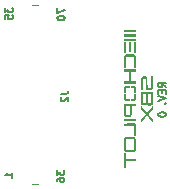
<source format=gbr>
%TF.GenerationSoftware,KiCad,Pcbnew,7.0.10*%
%TF.CreationDate,2024-02-01T11:04:59-05:00*%
%TF.ProjectId,quad_payload_adapter,71756164-5f70-4617-996c-6f61645f6164,rev?*%
%TF.SameCoordinates,Original*%
%TF.FileFunction,Legend,Bot*%
%TF.FilePolarity,Positive*%
%FSLAX46Y46*%
G04 Gerber Fmt 4.6, Leading zero omitted, Abs format (unit mm)*
G04 Created by KiCad (PCBNEW 7.0.10) date 2024-02-01 11:04:59*
%MOMM*%
%LPD*%
G01*
G04 APERTURE LIST*
%ADD10C,0.127000*%
%ADD11C,0.100000*%
G04 APERTURE END LIST*
D10*
X97900684Y-92724266D02*
X97900684Y-93147599D01*
X97900684Y-93147599D02*
X98535684Y-92875456D01*
X97900684Y-93510456D02*
X97900684Y-93570933D01*
X97900684Y-93570933D02*
X97930922Y-93631409D01*
X97930922Y-93631409D02*
X97961160Y-93661647D01*
X97961160Y-93661647D02*
X98021636Y-93691885D01*
X98021636Y-93691885D02*
X98142588Y-93722123D01*
X98142588Y-93722123D02*
X98293779Y-93722123D01*
X98293779Y-93722123D02*
X98414731Y-93691885D01*
X98414731Y-93691885D02*
X98475207Y-93661647D01*
X98475207Y-93661647D02*
X98505446Y-93631409D01*
X98505446Y-93631409D02*
X98535684Y-93570933D01*
X98535684Y-93570933D02*
X98535684Y-93510456D01*
X98535684Y-93510456D02*
X98505446Y-93449980D01*
X98505446Y-93449980D02*
X98475207Y-93419742D01*
X98475207Y-93419742D02*
X98414731Y-93389504D01*
X98414731Y-93389504D02*
X98293779Y-93359266D01*
X98293779Y-93359266D02*
X98142588Y-93359266D01*
X98142588Y-93359266D02*
X98021636Y-93389504D01*
X98021636Y-93389504D02*
X97961160Y-93419742D01*
X97961160Y-93419742D02*
X97930922Y-93449980D01*
X97930922Y-93449980D02*
X97900684Y-93510456D01*
X97880684Y-106404266D02*
X97880684Y-106797361D01*
X97880684Y-106797361D02*
X98122588Y-106585694D01*
X98122588Y-106585694D02*
X98122588Y-106676409D01*
X98122588Y-106676409D02*
X98152826Y-106736885D01*
X98152826Y-106736885D02*
X98183065Y-106767123D01*
X98183065Y-106767123D02*
X98243541Y-106797361D01*
X98243541Y-106797361D02*
X98394731Y-106797361D01*
X98394731Y-106797361D02*
X98455207Y-106767123D01*
X98455207Y-106767123D02*
X98485446Y-106736885D01*
X98485446Y-106736885D02*
X98515684Y-106676409D01*
X98515684Y-106676409D02*
X98515684Y-106494980D01*
X98515684Y-106494980D02*
X98485446Y-106434504D01*
X98485446Y-106434504D02*
X98455207Y-106404266D01*
X97880684Y-107341647D02*
X97880684Y-107220694D01*
X97880684Y-107220694D02*
X97910922Y-107160218D01*
X97910922Y-107160218D02*
X97941160Y-107129980D01*
X97941160Y-107129980D02*
X98031874Y-107069504D01*
X98031874Y-107069504D02*
X98152826Y-107039266D01*
X98152826Y-107039266D02*
X98394731Y-107039266D01*
X98394731Y-107039266D02*
X98455207Y-107069504D01*
X98455207Y-107069504D02*
X98485446Y-107099742D01*
X98485446Y-107099742D02*
X98515684Y-107160218D01*
X98515684Y-107160218D02*
X98515684Y-107281171D01*
X98515684Y-107281171D02*
X98485446Y-107341647D01*
X98485446Y-107341647D02*
X98455207Y-107371885D01*
X98455207Y-107371885D02*
X98394731Y-107402123D01*
X98394731Y-107402123D02*
X98243541Y-107402123D01*
X98243541Y-107402123D02*
X98183065Y-107371885D01*
X98183065Y-107371885D02*
X98152826Y-107341647D01*
X98152826Y-107341647D02*
X98122588Y-107281171D01*
X98122588Y-107281171D02*
X98122588Y-107160218D01*
X98122588Y-107160218D02*
X98152826Y-107099742D01*
X98152826Y-107099742D02*
X98183065Y-107069504D01*
X98183065Y-107069504D02*
X98243541Y-107039266D01*
X93500684Y-92654266D02*
X93500684Y-93047361D01*
X93500684Y-93047361D02*
X93742588Y-92835694D01*
X93742588Y-92835694D02*
X93742588Y-92926409D01*
X93742588Y-92926409D02*
X93772826Y-92986885D01*
X93772826Y-92986885D02*
X93803065Y-93017123D01*
X93803065Y-93017123D02*
X93863541Y-93047361D01*
X93863541Y-93047361D02*
X94014731Y-93047361D01*
X94014731Y-93047361D02*
X94075207Y-93017123D01*
X94075207Y-93017123D02*
X94105446Y-92986885D01*
X94105446Y-92986885D02*
X94135684Y-92926409D01*
X94135684Y-92926409D02*
X94135684Y-92744980D01*
X94135684Y-92744980D02*
X94105446Y-92684504D01*
X94105446Y-92684504D02*
X94075207Y-92654266D01*
X93500684Y-93621885D02*
X93500684Y-93319504D01*
X93500684Y-93319504D02*
X93803065Y-93289266D01*
X93803065Y-93289266D02*
X93772826Y-93319504D01*
X93772826Y-93319504D02*
X93742588Y-93379980D01*
X93742588Y-93379980D02*
X93742588Y-93531171D01*
X93742588Y-93531171D02*
X93772826Y-93591647D01*
X93772826Y-93591647D02*
X93803065Y-93621885D01*
X93803065Y-93621885D02*
X93863541Y-93652123D01*
X93863541Y-93652123D02*
X94014731Y-93652123D01*
X94014731Y-93652123D02*
X94075207Y-93621885D01*
X94075207Y-93621885D02*
X94105446Y-93591647D01*
X94105446Y-93591647D02*
X94135684Y-93531171D01*
X94135684Y-93531171D02*
X94135684Y-93379980D01*
X94135684Y-93379980D02*
X94105446Y-93319504D01*
X94105446Y-93319504D02*
X94075207Y-93289266D01*
X94105684Y-107047361D02*
X94105684Y-106684504D01*
X94105684Y-106865932D02*
X93470684Y-106865932D01*
X93470684Y-106865932D02*
X93561398Y-106805456D01*
X93561398Y-106805456D02*
X93621874Y-106744980D01*
X93621874Y-106744980D02*
X93652112Y-106684504D01*
X107103684Y-99373266D02*
X106801303Y-99161599D01*
X107103684Y-99010409D02*
X106468684Y-99010409D01*
X106468684Y-99010409D02*
X106468684Y-99252314D01*
X106468684Y-99252314D02*
X106498922Y-99312790D01*
X106498922Y-99312790D02*
X106529160Y-99343028D01*
X106529160Y-99343028D02*
X106589636Y-99373266D01*
X106589636Y-99373266D02*
X106680350Y-99373266D01*
X106680350Y-99373266D02*
X106740826Y-99343028D01*
X106740826Y-99343028D02*
X106771065Y-99312790D01*
X106771065Y-99312790D02*
X106801303Y-99252314D01*
X106801303Y-99252314D02*
X106801303Y-99010409D01*
X106771065Y-99645409D02*
X106771065Y-99857076D01*
X107103684Y-99947790D02*
X107103684Y-99645409D01*
X107103684Y-99645409D02*
X106468684Y-99645409D01*
X106468684Y-99645409D02*
X106468684Y-99947790D01*
X106468684Y-100129219D02*
X107103684Y-100340885D01*
X107103684Y-100340885D02*
X106468684Y-100552552D01*
X107043207Y-100764219D02*
X107073446Y-100794457D01*
X107073446Y-100794457D02*
X107103684Y-100764219D01*
X107103684Y-100764219D02*
X107073446Y-100733981D01*
X107073446Y-100733981D02*
X107043207Y-100764219D01*
X107043207Y-100764219D02*
X107103684Y-100764219D01*
X106468684Y-101671362D02*
X106468684Y-101731839D01*
X106468684Y-101731839D02*
X106498922Y-101792315D01*
X106498922Y-101792315D02*
X106529160Y-101822553D01*
X106529160Y-101822553D02*
X106589636Y-101852791D01*
X106589636Y-101852791D02*
X106710588Y-101883029D01*
X106710588Y-101883029D02*
X106861779Y-101883029D01*
X106861779Y-101883029D02*
X106982731Y-101852791D01*
X106982731Y-101852791D02*
X107043207Y-101822553D01*
X107043207Y-101822553D02*
X107073446Y-101792315D01*
X107073446Y-101792315D02*
X107103684Y-101731839D01*
X107103684Y-101731839D02*
X107103684Y-101671362D01*
X107103684Y-101671362D02*
X107073446Y-101610886D01*
X107073446Y-101610886D02*
X107043207Y-101580648D01*
X107043207Y-101580648D02*
X106982731Y-101550410D01*
X106982731Y-101550410D02*
X106861779Y-101520172D01*
X106861779Y-101520172D02*
X106710588Y-101520172D01*
X106710588Y-101520172D02*
X106589636Y-101550410D01*
X106589636Y-101550410D02*
X106529160Y-101580648D01*
X106529160Y-101580648D02*
X106498922Y-101610886D01*
X106498922Y-101610886D02*
X106468684Y-101671362D01*
X98192159Y-99940733D02*
X98645730Y-99940733D01*
X98645730Y-99940733D02*
X98736444Y-99910494D01*
X98736444Y-99910494D02*
X98796921Y-99850018D01*
X98796921Y-99850018D02*
X98827159Y-99759304D01*
X98827159Y-99759304D02*
X98827159Y-99698828D01*
X98252635Y-100212876D02*
X98222397Y-100243114D01*
X98222397Y-100243114D02*
X98192159Y-100303590D01*
X98192159Y-100303590D02*
X98192159Y-100454781D01*
X98192159Y-100454781D02*
X98222397Y-100515257D01*
X98222397Y-100515257D02*
X98252635Y-100545495D01*
X98252635Y-100545495D02*
X98313111Y-100575733D01*
X98313111Y-100575733D02*
X98373587Y-100575733D01*
X98373587Y-100575733D02*
X98464301Y-100545495D01*
X98464301Y-100545495D02*
X98827159Y-100182638D01*
X98827159Y-100182638D02*
X98827159Y-100575733D01*
D11*
%TO.C,J2*%
X96250000Y-92420000D02*
X95750000Y-92420000D01*
X96250000Y-107580000D02*
X95750000Y-107580000D01*
%TO.C,G\u002A\u002A\u002A*%
G36*
X104569903Y-94655102D02*
G01*
X104569903Y-94754077D01*
X104069821Y-94754077D01*
X103569739Y-94754077D01*
X103569739Y-94655102D01*
X103569739Y-94556128D01*
X104069821Y-94556128D01*
X104569903Y-94556128D01*
X104569903Y-94655102D01*
G37*
G36*
X104590740Y-95009327D02*
G01*
X104590740Y-95108302D01*
X104085449Y-95108302D01*
X103580158Y-95108302D01*
X103580158Y-95009327D01*
X103580158Y-94910353D01*
X104085449Y-94910353D01*
X104590740Y-94910353D01*
X104590740Y-95009327D01*
G37*
G36*
X104580322Y-95373970D02*
G01*
X104580322Y-95472945D01*
X104075031Y-95472945D01*
X103569739Y-95472945D01*
X103569739Y-95373970D01*
X103569739Y-95274996D01*
X104075031Y-95274996D01*
X104580322Y-95274996D01*
X104580322Y-95373970D01*
G37*
G36*
X104163587Y-96014700D02*
G01*
X104163587Y-96421017D01*
X104090658Y-96421017D01*
X104017730Y-96421017D01*
X104017730Y-96014700D01*
X104017730Y-95608384D01*
X104090658Y-95608384D01*
X104163587Y-95608384D01*
X104163587Y-96014700D01*
G37*
G36*
X103736433Y-96035537D02*
G01*
X103736433Y-96462691D01*
X103658296Y-96462691D01*
X103580158Y-96462691D01*
X103580158Y-96035537D01*
X103580158Y-95608384D01*
X103658296Y-95608384D01*
X103736433Y-95608384D01*
X103736433Y-96035537D01*
G37*
G36*
X104580322Y-96035537D02*
G01*
X104580322Y-96462691D01*
X104507393Y-96462691D01*
X104434465Y-96462691D01*
X104434465Y-96035537D01*
X104434465Y-95608384D01*
X104507393Y-95608384D01*
X104580322Y-95608384D01*
X104580322Y-96035537D01*
G37*
G36*
X104569903Y-102182379D02*
G01*
X104569903Y-102276144D01*
X104069821Y-102276144D01*
X103569739Y-102276144D01*
X103569739Y-102182379D01*
X103569739Y-102088614D01*
X104069821Y-102088614D01*
X104569903Y-102088614D01*
X104569903Y-102182379D01*
G37*
G36*
X103726015Y-105224545D02*
G01*
X103726015Y-105485004D01*
X104153168Y-105485004D01*
X104580322Y-105485004D01*
X104580322Y-105583979D01*
X104580322Y-105682953D01*
X104153168Y-105682953D01*
X103726015Y-105682953D01*
X103726015Y-105943413D01*
X103726015Y-106203872D01*
X103653086Y-106203872D01*
X103580158Y-106203872D01*
X103580158Y-105583979D01*
X103580158Y-104964085D01*
X103653086Y-104964085D01*
X103726015Y-104964085D01*
X103726015Y-105224545D01*
G37*
G36*
X104580322Y-97983773D02*
G01*
X104580322Y-98077539D01*
X104351118Y-98077539D01*
X104121913Y-98077539D01*
X104121913Y-98489065D01*
X104121913Y-98900591D01*
X104351118Y-98900591D01*
X104580322Y-98900591D01*
X104580322Y-98994356D01*
X104580322Y-99088121D01*
X104075031Y-99088121D01*
X103569739Y-99088121D01*
X103569739Y-98994356D01*
X103569739Y-98900591D01*
X103767689Y-98900591D01*
X103965638Y-98900591D01*
X103965638Y-98489065D01*
X103965638Y-98077539D01*
X103767689Y-98077539D01*
X103569739Y-98077539D01*
X103569739Y-97983773D01*
X103569739Y-97890008D01*
X104075031Y-97890008D01*
X104580322Y-97890008D01*
X104580322Y-97983773D01*
G37*
G36*
X104412265Y-102465711D02*
G01*
X104474902Y-102466116D01*
X104523025Y-102466714D01*
X104554526Y-102467494D01*
X104567299Y-102468448D01*
X104567395Y-102468488D01*
X104570496Y-102474240D01*
X104573097Y-102489405D01*
X104575232Y-102515411D01*
X104576939Y-102553685D01*
X104578254Y-102605655D01*
X104579213Y-102672750D01*
X104579853Y-102756397D01*
X104580211Y-102858023D01*
X104580322Y-102979058D01*
X104580322Y-103484676D01*
X104502184Y-103484676D01*
X104424046Y-103484676D01*
X104424046Y-103073150D01*
X104424046Y-102661624D01*
X103996502Y-102661624D01*
X103568957Y-102661624D01*
X103571953Y-102565254D01*
X103574949Y-102468884D01*
X104064612Y-102466170D01*
X104158338Y-102465744D01*
X104251876Y-102465515D01*
X104337220Y-102465507D01*
X104412265Y-102465711D01*
G37*
G36*
X104270375Y-99266861D02*
G01*
X104290255Y-99267371D01*
X104346378Y-99269402D01*
X104386833Y-99272276D01*
X104415620Y-99276527D01*
X104436741Y-99282684D01*
X104454197Y-99291280D01*
X104496041Y-99323731D01*
X104536958Y-99377360D01*
X104563621Y-99442346D01*
X104570178Y-99476363D01*
X104575271Y-99528020D01*
X104578383Y-99596820D01*
X104579636Y-99684573D01*
X104580322Y-99869499D01*
X104502856Y-99869499D01*
X104425389Y-99869499D01*
X104422113Y-99686236D01*
X104421648Y-99658963D01*
X104420171Y-99591926D01*
X104416930Y-99542230D01*
X104409877Y-99507286D01*
X104396965Y-99484502D01*
X104376147Y-99471290D01*
X104345375Y-99465059D01*
X104302602Y-99463220D01*
X104245780Y-99463183D01*
X104121913Y-99463183D01*
X104121913Y-99363231D01*
X104121913Y-99263280D01*
X104270375Y-99266861D01*
G37*
G36*
X103727948Y-100136093D02*
G01*
X103731224Y-100319340D01*
X103760456Y-100344461D01*
X103768245Y-100350865D01*
X103782034Y-100359502D01*
X103799188Y-100364980D01*
X103824076Y-100368011D01*
X103861063Y-100369308D01*
X103914518Y-100369582D01*
X104039348Y-100369582D01*
X104036353Y-100465952D01*
X104033357Y-100562321D01*
X103887500Y-100561943D01*
X103847590Y-100561724D01*
X103798774Y-100560709D01*
X103763694Y-100558400D01*
X103738000Y-100554255D01*
X103717343Y-100547734D01*
X103697376Y-100538296D01*
X103695404Y-100537249D01*
X103658000Y-100512154D01*
X103628253Y-100479861D01*
X103605463Y-100438147D01*
X103588932Y-100384784D01*
X103577961Y-100317549D01*
X103571851Y-100234218D01*
X103569902Y-100132563D01*
X103569739Y-99952846D01*
X103647206Y-99952846D01*
X103724672Y-99952846D01*
X103727948Y-100136093D01*
G37*
G36*
X104578650Y-100163343D02*
G01*
X104578073Y-100196876D01*
X104576731Y-100260958D01*
X104575052Y-100309164D01*
X104572639Y-100344956D01*
X104569096Y-100371794D01*
X104564027Y-100393141D01*
X104557034Y-100412458D01*
X104547721Y-100433206D01*
X104540809Y-100447274D01*
X104514463Y-100489138D01*
X104482496Y-100520539D01*
X104441943Y-100542766D01*
X104389839Y-100557105D01*
X104323220Y-100564846D01*
X104239120Y-100567276D01*
X104121913Y-100567531D01*
X104121913Y-100468556D01*
X104121913Y-100369582D01*
X104240873Y-100369582D01*
X104283590Y-100369172D01*
X104327196Y-100367812D01*
X104359846Y-100365726D01*
X104376601Y-100363147D01*
X104382824Y-100360337D01*
X104395738Y-100349857D01*
X104405477Y-100332199D01*
X104412608Y-100304633D01*
X104417702Y-100264426D01*
X104421325Y-100208849D01*
X104424046Y-100135168D01*
X104429255Y-99958056D01*
X104505721Y-99954976D01*
X104582187Y-99951896D01*
X104578650Y-100163343D01*
G37*
G36*
X104036365Y-99360640D02*
G01*
X104033357Y-99457974D01*
X103918755Y-99460543D01*
X103880829Y-99461651D01*
X103835719Y-99463675D01*
X103800603Y-99466065D01*
X103780901Y-99468508D01*
X103773940Y-99470483D01*
X103756817Y-99480390D01*
X103744141Y-99498409D01*
X103735318Y-99527073D01*
X103729753Y-99568918D01*
X103726850Y-99626478D01*
X103726015Y-99702288D01*
X103726015Y-99869499D01*
X103646790Y-99869499D01*
X103567565Y-99869499D01*
X103571257Y-99663737D01*
X103572128Y-99616367D01*
X103573484Y-99557429D01*
X103575242Y-99513516D01*
X103577863Y-99481089D01*
X103581809Y-99456609D01*
X103587541Y-99436537D01*
X103595518Y-99417335D01*
X103606204Y-99395463D01*
X103607855Y-99392196D01*
X103641748Y-99339300D01*
X103682608Y-99301698D01*
X103693649Y-99294161D01*
X103710215Y-99284244D01*
X103727435Y-99277407D01*
X103749344Y-99272951D01*
X103779978Y-99270177D01*
X103823373Y-99268384D01*
X103883565Y-99266875D01*
X104039374Y-99263306D01*
X104036365Y-99360640D01*
G37*
G36*
X104455826Y-96631209D02*
G01*
X104474173Y-96643663D01*
X104516897Y-96688658D01*
X104549124Y-96748037D01*
X104568626Y-96818110D01*
X104569313Y-96823406D01*
X104571260Y-96852344D01*
X104572973Y-96898689D01*
X104574410Y-96959867D01*
X104575530Y-97033300D01*
X104576289Y-97116413D01*
X104576645Y-97206628D01*
X104576557Y-97301370D01*
X104575113Y-97728523D01*
X104499905Y-97731578D01*
X104424698Y-97734632D01*
X104421767Y-97290492D01*
X104418837Y-96846351D01*
X104389606Y-96821215D01*
X104360374Y-96796079D01*
X104070395Y-96796079D01*
X103997044Y-96796114D01*
X103920521Y-96796549D01*
X103860825Y-96797928D01*
X103815711Y-96800796D01*
X103782932Y-96805699D01*
X103760244Y-96813181D01*
X103745400Y-96823787D01*
X103736155Y-96838063D01*
X103730262Y-96856553D01*
X103725477Y-96879804D01*
X103725188Y-96881506D01*
X103723180Y-96904941D01*
X103721316Y-96946251D01*
X103719649Y-97002840D01*
X103718235Y-97072110D01*
X103717127Y-97151461D01*
X103716381Y-97238298D01*
X103716050Y-97330020D01*
X103715597Y-97733732D01*
X103642668Y-97733732D01*
X103569739Y-97733732D01*
X103569739Y-97286255D01*
X103569827Y-97216717D01*
X103570424Y-97102111D01*
X103571565Y-97003261D01*
X103573228Y-96921182D01*
X103575390Y-96856889D01*
X103578027Y-96811399D01*
X103581117Y-96785725D01*
X103585823Y-96767813D01*
X103612306Y-96710431D01*
X103651940Y-96660716D01*
X103699969Y-96625093D01*
X103703747Y-96623151D01*
X103716200Y-96617504D01*
X103730238Y-96613044D01*
X103748268Y-96609632D01*
X103772696Y-96607127D01*
X103805928Y-96605391D01*
X103850372Y-96604284D01*
X103908432Y-96603666D01*
X103982516Y-96603397D01*
X104075031Y-96603339D01*
X104408419Y-96603339D01*
X104455826Y-96631209D01*
G37*
G36*
X103726015Y-100796735D02*
G01*
X104069821Y-100796735D01*
X104569903Y-100796735D01*
X104569903Y-100895710D01*
X104569903Y-100994684D01*
X104387582Y-100994684D01*
X104205260Y-100994684D01*
X104205260Y-101346720D01*
X104205192Y-101412837D01*
X104204766Y-101502171D01*
X104203872Y-101574429D01*
X104202419Y-101631916D01*
X104200319Y-101676937D01*
X104197482Y-101711796D01*
X104193820Y-101738800D01*
X104189243Y-101760252D01*
X104179343Y-101793974D01*
X104155847Y-101847589D01*
X104124455Y-101887802D01*
X104081938Y-101919407D01*
X104077890Y-101921776D01*
X104058230Y-101932450D01*
X104039562Y-101939746D01*
X104017521Y-101944304D01*
X103987741Y-101946765D01*
X103945856Y-101947772D01*
X103887500Y-101947965D01*
X103830402Y-101947742D01*
X103787554Y-101946659D01*
X103756969Y-101944126D01*
X103734287Y-101939552D01*
X103715146Y-101932347D01*
X103695187Y-101921920D01*
X103680989Y-101913046D01*
X103635782Y-101870201D01*
X103601329Y-101813136D01*
X103580333Y-101745990D01*
X103579891Y-101743316D01*
X103577467Y-101716247D01*
X103575293Y-101670841D01*
X103573413Y-101609229D01*
X103571873Y-101533539D01*
X103570718Y-101445902D01*
X103569991Y-101348447D01*
X103569739Y-101243303D01*
X103569739Y-100994684D01*
X103726015Y-100994684D01*
X103726015Y-101344501D01*
X103726015Y-101694318D01*
X103756469Y-101724772D01*
X103759362Y-101727651D01*
X103774015Y-101740748D01*
X103789040Y-101748866D01*
X103809551Y-101753192D01*
X103840666Y-101754915D01*
X103887500Y-101755225D01*
X103897012Y-101755221D01*
X103940740Y-101754750D01*
X103969640Y-101752659D01*
X103988828Y-101747758D01*
X104003419Y-101738859D01*
X104018531Y-101724772D01*
X104048985Y-101694318D01*
X104048985Y-101344501D01*
X104048985Y-100994684D01*
X103887500Y-100994684D01*
X103726015Y-100994684D01*
X103569739Y-100994684D01*
X103569739Y-100796735D01*
X103726015Y-100796735D01*
G37*
G36*
X105162962Y-99817408D02*
G01*
X105513268Y-99817408D01*
X105569279Y-99817408D01*
X106020048Y-99817408D01*
X106015509Y-100278421D01*
X106014668Y-100359853D01*
X106013326Y-100466156D01*
X106011699Y-100554847D01*
X106009573Y-100627861D01*
X106006733Y-100687135D01*
X106002964Y-100734605D01*
X105998053Y-100772207D01*
X105991784Y-100801877D01*
X105983943Y-100825552D01*
X105974315Y-100845166D01*
X105962686Y-100862658D01*
X105948840Y-100879962D01*
X105929918Y-100900822D01*
X105905261Y-100921127D01*
X105876824Y-100934676D01*
X105840359Y-100942763D01*
X105791615Y-100946683D01*
X105726343Y-100947729D01*
X105674752Y-100947097D01*
X105619428Y-100943462D01*
X105578485Y-100935506D01*
X105548258Y-100921994D01*
X105525082Y-100901694D01*
X105505293Y-100873375D01*
X105483658Y-100836706D01*
X105463964Y-100867809D01*
X105462030Y-100870803D01*
X105439939Y-100896980D01*
X105411671Y-100914967D01*
X105373656Y-100925829D01*
X105322321Y-100930634D01*
X105254095Y-100930446D01*
X105209733Y-100928431D01*
X105156017Y-100922170D01*
X105116275Y-100910185D01*
X105086417Y-100890339D01*
X105062354Y-100860495D01*
X105039998Y-100818515D01*
X105012684Y-100760271D01*
X105009586Y-100288839D01*
X105007720Y-100004938D01*
X105162962Y-100004938D01*
X105165961Y-100360012D01*
X105166234Y-100394633D01*
X105166893Y-100488115D01*
X105167768Y-100563372D01*
X105169487Y-100622368D01*
X105172681Y-100667067D01*
X105177977Y-100699434D01*
X105186006Y-100721432D01*
X105197396Y-100735026D01*
X105212776Y-100742180D01*
X105232775Y-100744858D01*
X105258023Y-100745024D01*
X105289148Y-100744643D01*
X105328520Y-100743961D01*
X105357015Y-100740894D01*
X105375247Y-100734221D01*
X105388736Y-100722726D01*
X105390528Y-100720662D01*
X105395601Y-100713037D01*
X105399671Y-100702260D01*
X105402876Y-100686120D01*
X105405353Y-100662407D01*
X105407238Y-100628910D01*
X105408667Y-100583419D01*
X105409777Y-100523723D01*
X105410705Y-100447612D01*
X105411587Y-100352874D01*
X105414590Y-100004938D01*
X105569279Y-100004938D01*
X105572278Y-100360094D01*
X105575277Y-100715249D01*
X105599872Y-100735155D01*
X105609707Y-100741942D01*
X105630689Y-100749911D01*
X105661398Y-100753944D01*
X105707346Y-100755061D01*
X105742132Y-100754484D01*
X105784645Y-100750303D01*
X105813435Y-100740557D01*
X105832800Y-100723468D01*
X105847036Y-100697256D01*
X105848300Y-100693943D01*
X105852390Y-100677495D01*
X105855616Y-100652882D01*
X105858064Y-100617994D01*
X105859819Y-100570719D01*
X105860967Y-100508944D01*
X105861592Y-100430559D01*
X105861782Y-100333452D01*
X105861782Y-100004938D01*
X105715531Y-100004938D01*
X105569279Y-100004938D01*
X105414590Y-100004938D01*
X105288776Y-100004938D01*
X105162962Y-100004938D01*
X105007720Y-100004938D01*
X105006488Y-99817408D01*
X105162962Y-99817408D01*
G37*
G36*
X105018737Y-100981993D02*
G01*
X105026818Y-100989764D01*
X105032096Y-100995562D01*
X105050845Y-101016599D01*
X105080460Y-101050066D01*
X105119148Y-101093933D01*
X105165119Y-101146167D01*
X105216582Y-101204737D01*
X105271746Y-101267611D01*
X105306941Y-101307700D01*
X105358947Y-101366731D01*
X105405648Y-101419492D01*
X105445363Y-101464098D01*
X105476411Y-101498664D01*
X105497113Y-101521305D01*
X105505789Y-101530138D01*
X105512057Y-101525914D01*
X105530785Y-101507849D01*
X105560200Y-101477254D01*
X105598680Y-101435879D01*
X105644600Y-101385472D01*
X105696338Y-101327783D01*
X105752270Y-101264561D01*
X105798212Y-101212375D01*
X105850982Y-101152655D01*
X105898211Y-101099447D01*
X105938260Y-101054585D01*
X105969494Y-101019901D01*
X105990275Y-100997227D01*
X105998966Y-100988396D01*
X105999052Y-100988349D01*
X106002390Y-100996388D01*
X106005120Y-101021354D01*
X106006963Y-101059430D01*
X106007639Y-101106802D01*
X106007639Y-101230568D01*
X105815025Y-101443409D01*
X105810563Y-101448342D01*
X105760544Y-101503911D01*
X105715587Y-101554346D01*
X105677486Y-101597595D01*
X105648039Y-101631606D01*
X105629039Y-101654326D01*
X105622285Y-101663702D01*
X105622350Y-101663979D01*
X105630309Y-101674798D01*
X105650298Y-101698802D01*
X105680533Y-101733937D01*
X105719234Y-101778150D01*
X105764617Y-101829387D01*
X105814899Y-101885594D01*
X106007639Y-102100036D01*
X106007639Y-102226787D01*
X106007634Y-102236244D01*
X106007233Y-102286418D01*
X106005949Y-102318946D01*
X106003422Y-102336592D01*
X105999295Y-102342117D01*
X105993212Y-102338282D01*
X105987179Y-102331674D01*
X105968090Y-102310461D01*
X105938113Y-102277005D01*
X105898974Y-102233237D01*
X105852398Y-102181088D01*
X105800112Y-102122487D01*
X105743841Y-102059364D01*
X105701216Y-102011734D01*
X105648508Y-101953434D01*
X105601310Y-101901903D01*
X105561277Y-101858913D01*
X105530063Y-101826235D01*
X105509321Y-101805642D01*
X105500707Y-101798905D01*
X105497660Y-101801574D01*
X105482408Y-101817629D01*
X105456123Y-101846504D01*
X105420504Y-101886297D01*
X105377248Y-101935103D01*
X105328055Y-101991021D01*
X105274622Y-102052149D01*
X105248359Y-102082270D01*
X105195318Y-102142991D01*
X105146577Y-102198649D01*
X105104011Y-102247110D01*
X105069493Y-102286244D01*
X105044898Y-102313918D01*
X105032101Y-102327999D01*
X105007475Y-102353809D01*
X105007594Y-102229025D01*
X105007713Y-102104241D01*
X105149217Y-101947965D01*
X105196094Y-101896121D01*
X105243267Y-101843812D01*
X105286558Y-101795678D01*
X105322594Y-101755470D01*
X105348001Y-101726939D01*
X105405279Y-101662188D01*
X105206377Y-101442913D01*
X105007475Y-101223638D01*
X105007475Y-101096428D01*
X105007576Y-101046655D01*
X105008232Y-101010391D01*
X105009965Y-100989439D01*
X105013293Y-100980929D01*
X105018737Y-100981993D01*
G37*
G36*
X105297604Y-98457960D02*
G01*
X105362788Y-98462034D01*
X105412732Y-98473091D01*
X105451496Y-98493036D01*
X105483140Y-98523772D01*
X105511727Y-98567203D01*
X105544022Y-98624504D01*
X105549231Y-99015193D01*
X105550131Y-99080912D01*
X105551612Y-99174460D01*
X105553276Y-99250377D01*
X105555355Y-99310661D01*
X105558078Y-99357314D01*
X105561677Y-99392335D01*
X105566382Y-99417723D01*
X105572424Y-99435479D01*
X105580033Y-99447601D01*
X105589440Y-99456089D01*
X105600877Y-99462944D01*
X105604839Y-99464534D01*
X105629230Y-99469158D01*
X105666206Y-99472387D01*
X105709450Y-99473601D01*
X105726901Y-99473540D01*
X105765987Y-99472298D01*
X105791940Y-99468519D01*
X105810483Y-99460981D01*
X105827341Y-99448465D01*
X105856573Y-99423330D01*
X105859583Y-98953593D01*
X105862593Y-98483856D01*
X105941281Y-98483856D01*
X106019969Y-98483856D01*
X106015843Y-98970915D01*
X106015314Y-99032803D01*
X106014364Y-99136220D01*
X106013414Y-99221817D01*
X106012363Y-99291575D01*
X106011113Y-99347474D01*
X106009562Y-99391494D01*
X106007613Y-99425617D01*
X106005165Y-99451821D01*
X106002119Y-99472089D01*
X105998375Y-99488399D01*
X105993834Y-99502732D01*
X105988396Y-99517070D01*
X105970625Y-99553525D01*
X105934284Y-99602176D01*
X105890710Y-99638371D01*
X105844172Y-99657939D01*
X105826966Y-99660431D01*
X105789106Y-99663340D01*
X105741283Y-99665211D01*
X105689879Y-99665722D01*
X105637930Y-99664232D01*
X105578156Y-99657356D01*
X105532142Y-99643735D01*
X105496021Y-99622079D01*
X105465922Y-99591099D01*
X105453017Y-99574384D01*
X105441382Y-99557407D01*
X105431983Y-99539537D01*
X105424543Y-99518559D01*
X105418780Y-99492256D01*
X105414416Y-99458412D01*
X105411172Y-99414813D01*
X105408767Y-99359242D01*
X105406922Y-99289483D01*
X105405358Y-99203321D01*
X105403796Y-99098540D01*
X105403185Y-99056947D01*
X105401569Y-98958581D01*
X105399825Y-98878380D01*
X105397742Y-98814395D01*
X105395108Y-98764680D01*
X105391713Y-98727287D01*
X105387346Y-98700268D01*
X105381795Y-98681676D01*
X105374849Y-98669563D01*
X105366297Y-98661982D01*
X105355928Y-98656984D01*
X105341066Y-98654063D01*
X105310495Y-98651526D01*
X105273048Y-98650550D01*
X105242270Y-98651093D01*
X105216441Y-98654460D01*
X105199663Y-98662742D01*
X105185344Y-98678000D01*
X105184616Y-98678930D01*
X105179538Y-98686145D01*
X105175358Y-98694792D01*
X105171989Y-98706812D01*
X105169345Y-98724146D01*
X105167336Y-98748733D01*
X105165876Y-98782514D01*
X105164878Y-98827429D01*
X105164254Y-98885420D01*
X105163916Y-98958426D01*
X105163778Y-99048388D01*
X105163751Y-99157246D01*
X105163751Y-99609040D01*
X105085613Y-99609040D01*
X105007475Y-99609040D01*
X105007475Y-99152820D01*
X105007502Y-99092283D01*
X105007798Y-98980567D01*
X105008577Y-98886844D01*
X105010031Y-98809192D01*
X105012352Y-98745689D01*
X105015730Y-98694414D01*
X105020357Y-98653446D01*
X105026425Y-98620862D01*
X105034124Y-98594742D01*
X105043648Y-98573164D01*
X105055185Y-98554206D01*
X105068930Y-98535947D01*
X105072454Y-98531607D01*
X105101817Y-98500154D01*
X105132178Y-98478880D01*
X105168446Y-98465953D01*
X105215535Y-98459540D01*
X105278353Y-98457810D01*
X105297604Y-98457960D01*
G37*
G36*
X104117506Y-103594091D02*
G01*
X104203084Y-103594324D01*
X104225820Y-103594515D01*
X104271179Y-103594895D01*
X104324060Y-103595910D01*
X104363996Y-103597476D01*
X104393256Y-103599699D01*
X104414109Y-103602685D01*
X104428825Y-103606540D01*
X104439674Y-103611371D01*
X104472519Y-103633707D01*
X104518451Y-103683970D01*
X104550351Y-103747178D01*
X104552536Y-103753653D01*
X104556826Y-103768695D01*
X104560307Y-103786066D01*
X104563047Y-103807822D01*
X104565113Y-103836020D01*
X104566573Y-103872716D01*
X104567496Y-103919966D01*
X104567949Y-103979827D01*
X104568001Y-104054354D01*
X104567720Y-104145605D01*
X104567173Y-104255636D01*
X104564694Y-104708835D01*
X104533963Y-104764311D01*
X104533541Y-104765071D01*
X104499029Y-104813506D01*
X104455826Y-104847658D01*
X104408419Y-104875529D01*
X104069821Y-104875529D01*
X103731224Y-104875529D01*
X103682510Y-104846892D01*
X103654580Y-104827829D01*
X103628001Y-104799323D01*
X103604372Y-104758336D01*
X103574949Y-104698417D01*
X103571915Y-104257173D01*
X103571770Y-104234799D01*
X103720806Y-104234799D01*
X103720807Y-104259937D01*
X103720866Y-104354997D01*
X103721096Y-104431859D01*
X103721613Y-104492661D01*
X103722528Y-104539541D01*
X103723956Y-104574636D01*
X103726011Y-104600084D01*
X103728805Y-104618024D01*
X103732452Y-104630592D01*
X103737066Y-104639926D01*
X103742761Y-104648165D01*
X103764716Y-104677580D01*
X104063511Y-104680345D01*
X104109866Y-104680690D01*
X104199442Y-104680772D01*
X104272565Y-104679957D01*
X104328145Y-104678274D01*
X104365088Y-104675748D01*
X104382302Y-104672409D01*
X104385267Y-104670482D01*
X104401061Y-104650989D01*
X104413114Y-104622761D01*
X104415114Y-104612047D01*
X104418148Y-104579028D01*
X104420555Y-104530589D01*
X104422350Y-104469753D01*
X104423547Y-104399540D01*
X104424157Y-104322972D01*
X104424197Y-104243068D01*
X104423678Y-104162849D01*
X104422615Y-104085337D01*
X104421020Y-104013553D01*
X104418909Y-103950517D01*
X104416294Y-103899250D01*
X104413189Y-103862772D01*
X104409607Y-103844106D01*
X104404156Y-103831752D01*
X104396781Y-103818050D01*
X104387268Y-103807459D01*
X104373278Y-103799609D01*
X104352476Y-103794128D01*
X104322524Y-103790644D01*
X104281084Y-103788785D01*
X104225820Y-103788182D01*
X104154393Y-103788461D01*
X104064468Y-103789251D01*
X103764716Y-103792018D01*
X103742761Y-103821432D01*
X103741324Y-103823378D01*
X103735893Y-103831682D01*
X103731515Y-103841582D01*
X103728078Y-103855217D01*
X103725467Y-103874724D01*
X103723570Y-103902241D01*
X103722272Y-103939906D01*
X103721460Y-103989857D01*
X103721021Y-104054230D01*
X103720841Y-104135165D01*
X103720806Y-104234799D01*
X103571770Y-104234799D01*
X103571503Y-104193540D01*
X103571040Y-104086034D01*
X103571184Y-103996364D01*
X103572144Y-103922558D01*
X103574126Y-103862643D01*
X103577339Y-103814648D01*
X103581989Y-103776598D01*
X103588285Y-103746523D01*
X103596434Y-103722449D01*
X103606643Y-103702404D01*
X103619121Y-103684416D01*
X103634074Y-103666512D01*
X103642652Y-103656753D01*
X103658556Y-103639570D01*
X103674154Y-103625855D01*
X103691796Y-103615215D01*
X103713829Y-103607262D01*
X103742604Y-103601603D01*
X103780469Y-103597849D01*
X103829774Y-103595610D01*
X103892869Y-103594493D01*
X103972101Y-103594110D01*
X104069821Y-103594069D01*
X104117506Y-103594091D01*
G37*
%TD*%
M02*

</source>
